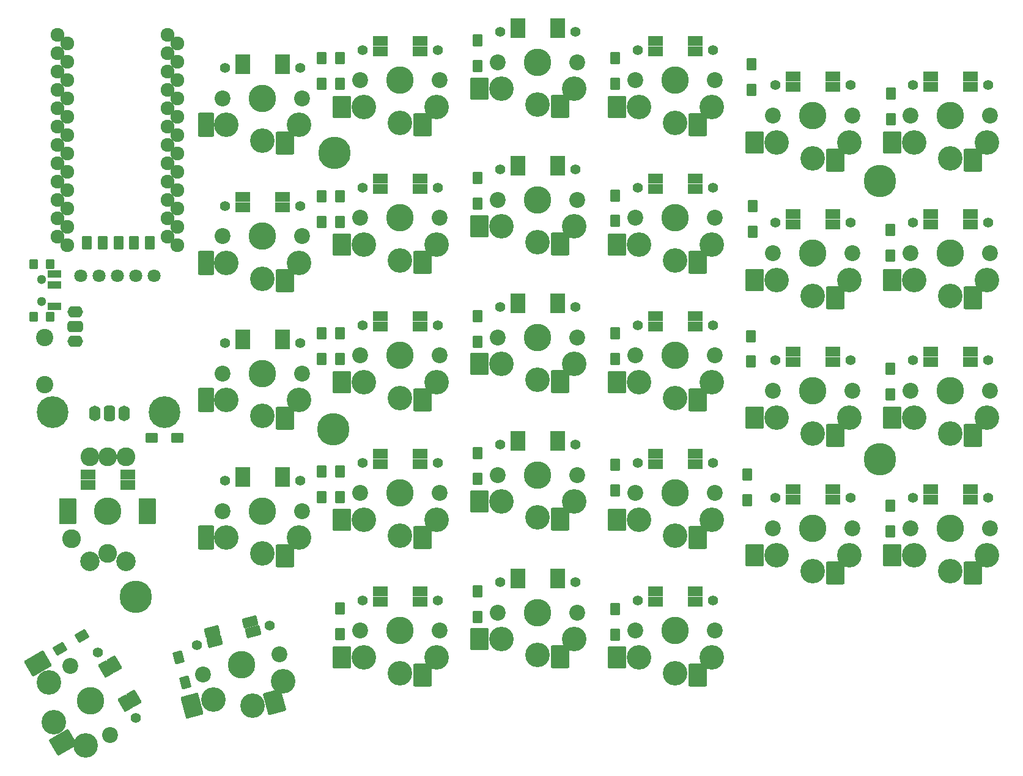
<source format=gbs>
G04 #@! TF.GenerationSoftware,KiCad,Pcbnew,(6.0.5)*
G04 #@! TF.CreationDate,2022-12-02T21:36:17-06:00*
G04 #@! TF.ProjectId,SofleKeyboard,536f666c-654b-4657-9962-6f6172642e6b,rev?*
G04 #@! TF.SameCoordinates,Original*
G04 #@! TF.FileFunction,Soldermask,Bot*
G04 #@! TF.FilePolarity,Negative*
%FSLAX46Y46*%
G04 Gerber Fmt 4.6, Leading zero omitted, Abs format (unit mm)*
G04 Created by KiCad (PCBNEW (6.0.5)) date 2022-12-02 21:36:17*
%MOMM*%
%LPD*%
G01*
G04 APERTURE LIST*
G04 Aperture macros list*
%AMRoundRect*
0 Rectangle with rounded corners*
0 $1 Rounding radius*
0 $2 $3 $4 $5 $6 $7 $8 $9 X,Y pos of 4 corners*
0 Add a 4 corners polygon primitive as box body*
4,1,4,$2,$3,$4,$5,$6,$7,$8,$9,$2,$3,0*
0 Add four circle primitives for the rounded corners*
1,1,$1+$1,$2,$3*
1,1,$1+$1,$4,$5*
1,1,$1+$1,$6,$7*
1,1,$1+$1,$8,$9*
0 Add four rect primitives between the rounded corners*
20,1,$1+$1,$2,$3,$4,$5,0*
20,1,$1+$1,$4,$5,$6,$7,0*
20,1,$1+$1,$6,$7,$8,$9,0*
20,1,$1+$1,$8,$9,$2,$3,0*%
G04 Aperture macros list end*
%ADD10C,4.500000*%
%ADD11C,1.924000*%
%ADD12C,2.400000*%
%ADD13RoundRect,0.200000X-0.475000X0.650000X-0.475000X-0.650000X0.475000X-0.650000X0.475000X0.650000X0*%
%ADD14RoundRect,0.200000X-0.650000X-0.475000X0.650000X-0.475000X0.650000X0.475000X-0.650000X0.475000X0*%
%ADD15RoundRect,0.200000X0.325417X0.736362X-0.800417X0.086362X-0.325417X-0.736362X0.800417X-0.086362X0*%
%ADD16C,3.400000*%
%ADD17C,2.200000*%
%ADD18C,1.400000*%
%ADD19C,3.800000*%
%ADD20RoundRect,0.200000X0.850000X0.500000X-0.850000X0.500000X-0.850000X-0.500000X0.850000X-0.500000X0*%
%ADD21RoundRect,0.200000X1.090000X1.370000X-1.090000X1.370000X-1.090000X-1.370000X1.090000X-1.370000X0*%
%ADD22RoundRect,0.200000X0.907500X1.470000X-0.907500X1.470000X-0.907500X-1.470000X0.907500X-1.470000X0*%
%ADD23RoundRect,0.200000X1.055000X1.360000X-1.055000X1.360000X-1.055000X-1.360000X1.055000X-1.360000X0*%
%ADD24RoundRect,0.200000X0.858013X-0.486122X0.008013X0.986122X-0.858013X0.486122X-0.008013X-0.986122X0*%
%ADD25RoundRect,0.200000X1.731455X-0.258968X0.641455X1.628968X-1.731455X0.258968X-0.641455X-1.628968X0*%
%ADD26RoundRect,0.200000X1.705295X-0.233657X0.650295X1.593657X-1.705295X0.233657X-0.650295X-1.593657X0*%
%ADD27C,4.400000*%
%ADD28C,1.797000*%
%ADD29C,2.600000*%
%ADD30RoundRect,0.200000X-1.000000X1.600000X-1.000000X-1.600000X1.000000X-1.600000X1.000000X1.600000X0*%
%ADD31C,2.700000*%
%ADD32RoundRect,0.200000X0.691627X0.702959X-0.950446X0.262967X-0.691627X-0.702959X0.950446X-0.262967X0*%
%ADD33RoundRect,0.200000X0.698277X1.605431X-1.407441X1.041206X-0.698277X-1.605431X1.407441X-1.041206X0*%
%ADD34RoundRect,0.200000X0.667058X1.586713X-1.371046X1.040605X-0.667058X-1.586713X1.371046X-1.040605X0*%
%ADD35RoundRect,0.200000X-0.627047X0.504913X-0.290582X-0.750791X0.627047X-0.504913X0.290582X0.750791X0*%
%ADD36RoundRect,0.450000X0.625000X-0.350000X0.625000X0.350000X-0.625000X0.350000X-0.625000X-0.350000X0*%
%ADD37O,2.150000X1.600000*%
%ADD38C,1.300000*%
%ADD39RoundRect,0.450000X0.350000X0.625000X-0.350000X0.625000X-0.350000X-0.625000X0.350000X-0.625000X0*%
%ADD40O,1.600000X2.150000*%
%ADD41RoundRect,0.200000X0.500000X-0.300000X0.500000X0.300000X-0.500000X0.300000X-0.500000X-0.300000X0*%
%ADD42RoundRect,0.200000X0.400000X-0.500000X0.400000X0.500000X-0.400000X0.500000X-0.400000X-0.500000X0*%
%ADD43RoundRect,0.200000X0.750000X-0.350000X0.750000X0.350000X-0.750000X0.350000X-0.750000X-0.350000X0*%
G04 APERTURE END LIST*
D10*
X103000000Y-119000000D03*
D11*
X108718815Y-42425745D03*
X92180000Y-41230000D03*
X92180000Y-43770000D03*
X108718815Y-44965745D03*
X108718815Y-47505745D03*
X92180000Y-46310000D03*
X92180000Y-48850000D03*
X108718815Y-50045745D03*
X108718815Y-52585745D03*
X92180000Y-51390000D03*
X92180000Y-53930000D03*
X108718815Y-55125745D03*
X92180000Y-56470000D03*
X108718815Y-57665745D03*
X92180000Y-59010000D03*
X108718815Y-60205745D03*
X92180000Y-61550000D03*
X108718815Y-62745745D03*
X92180000Y-64090000D03*
X108718815Y-65285745D03*
X92180000Y-66630000D03*
X108718815Y-67825745D03*
X92180000Y-69170000D03*
X108718815Y-70365745D03*
X93478815Y-70365745D03*
X107420000Y-69170000D03*
X107420000Y-66630000D03*
X93478815Y-67825745D03*
X107420000Y-64090000D03*
X93478815Y-65285745D03*
X107420000Y-61550000D03*
X93478815Y-62745745D03*
X93478815Y-60205745D03*
X107420000Y-59010000D03*
X93478815Y-57665745D03*
X107420000Y-56470000D03*
X107420000Y-53930000D03*
X93478815Y-55125745D03*
X93478815Y-52585745D03*
X107420000Y-51390000D03*
X107420000Y-48850000D03*
X93478815Y-50045745D03*
X107420000Y-46310000D03*
X93478815Y-47505745D03*
X93478815Y-44965745D03*
X107420000Y-43770000D03*
X93478815Y-42425745D03*
X107420000Y-41230000D03*
D12*
X90339120Y-83152640D03*
X90339120Y-89652640D03*
D13*
X128705000Y-44452000D03*
X128705000Y-48002000D03*
X131245000Y-44455000D03*
X131245000Y-48005000D03*
X150345000Y-41955000D03*
X150345000Y-45505000D03*
X169345000Y-44455000D03*
X169345000Y-48005000D03*
X188239120Y-45327640D03*
X188239120Y-48877640D03*
X207545000Y-49355000D03*
X207545000Y-52905000D03*
X128705000Y-82555000D03*
X128705000Y-86105000D03*
X128705000Y-101655000D03*
X128705000Y-105205000D03*
D14*
X105225000Y-97000000D03*
X108775000Y-97000000D03*
D15*
X95544195Y-124463500D03*
X92469805Y-126238500D03*
D16*
X125550000Y-53700000D03*
D17*
X126050000Y-50000000D03*
D18*
X125770000Y-45800000D03*
D17*
X115050000Y-50000000D03*
D18*
X115330000Y-45800000D03*
D16*
X115550000Y-53700000D03*
X120550000Y-55900000D03*
D19*
X120550000Y-50000000D03*
D20*
X117800000Y-44601000D03*
X117800000Y-46001000D03*
X123300000Y-46001000D03*
X123300000Y-44601000D03*
D21*
X123640000Y-56170000D03*
D22*
X112747500Y-53700000D03*
D18*
X153430000Y-40800000D03*
D17*
X153150000Y-45000000D03*
D16*
X153650000Y-48700000D03*
X163650000Y-48700000D03*
D17*
X164150000Y-45000000D03*
D18*
X163870000Y-40800000D03*
D16*
X158650000Y-50900000D03*
D19*
X158650000Y-45000000D03*
D20*
X155900000Y-39601000D03*
X155900000Y-41001000D03*
X161400000Y-41001000D03*
X161400000Y-39601000D03*
D21*
X161740000Y-51170000D03*
D23*
X150595000Y-48710000D03*
D18*
X125770000Y-83900000D03*
D16*
X115550000Y-91800000D03*
D19*
X120550000Y-88100000D03*
D16*
X120550000Y-94000000D03*
X125550000Y-91800000D03*
D17*
X126050000Y-88100000D03*
X115050000Y-88100000D03*
D18*
X115330000Y-83900000D03*
D20*
X117800000Y-82701000D03*
X117800000Y-84101000D03*
X123300000Y-84101000D03*
X123300000Y-82701000D03*
D21*
X123640000Y-94270000D03*
D22*
X112747500Y-91800000D03*
D19*
X139600000Y-85600000D03*
D18*
X134380000Y-81400000D03*
D16*
X144600000Y-89300000D03*
D18*
X144820000Y-81400000D03*
D16*
X134600000Y-89300000D03*
D17*
X145100000Y-85600000D03*
D16*
X139600000Y-91500000D03*
D17*
X134100000Y-85600000D03*
D20*
X136850000Y-80201000D03*
X136850000Y-81601000D03*
X142350000Y-81601000D03*
X142350000Y-80201000D03*
D21*
X142690000Y-91770000D03*
D23*
X131545000Y-89310000D03*
D16*
X120550000Y-113050000D03*
D19*
X120550000Y-107150000D03*
D16*
X125550000Y-110850000D03*
D17*
X115050000Y-107150000D03*
D16*
X115550000Y-110850000D03*
D18*
X125770000Y-102950000D03*
X115330000Y-102950000D03*
D17*
X126050000Y-107150000D03*
D20*
X117800000Y-101751000D03*
X117800000Y-103151000D03*
X123300000Y-103151000D03*
X123300000Y-101751000D03*
D21*
X123640000Y-113320000D03*
D22*
X112747500Y-110850000D03*
D16*
X158650000Y-108050000D03*
D17*
X164150000Y-102150000D03*
D16*
X163650000Y-105850000D03*
D18*
X153430000Y-97950000D03*
D19*
X158650000Y-102150000D03*
D17*
X153150000Y-102150000D03*
D16*
X153650000Y-105850000D03*
D18*
X163870000Y-97950000D03*
D20*
X155900000Y-96751000D03*
X155900000Y-98151000D03*
X161400000Y-98151000D03*
X161400000Y-96751000D03*
D21*
X161740000Y-108320000D03*
D23*
X150595000Y-105860000D03*
D16*
X191750000Y-113250000D03*
X196750000Y-115450000D03*
D17*
X202250000Y-109550000D03*
D16*
X201750000Y-113250000D03*
D17*
X191250000Y-109550000D03*
D19*
X196750000Y-109550000D03*
D18*
X201970000Y-105350000D03*
X191530000Y-105350000D03*
D20*
X194000000Y-104151000D03*
X194000000Y-105551000D03*
X199500000Y-105551000D03*
X199500000Y-104151000D03*
D21*
X199840000Y-115720000D03*
D23*
X188695000Y-113260000D03*
D19*
X96710000Y-133400000D03*
D17*
X99460000Y-138163140D03*
D16*
X91600450Y-136350000D03*
D18*
X97737307Y-126779347D03*
D17*
X93960000Y-128636860D03*
D18*
X102957307Y-135820653D03*
D16*
X91005706Y-130919873D03*
X96005706Y-139580127D03*
D24*
X100010671Y-128318930D03*
X98798236Y-129018930D03*
X101548236Y-133782070D03*
X102760671Y-133082070D03*
D25*
X92911623Y-139161018D03*
D26*
X89469546Y-128279165D03*
D27*
X91500000Y-93500000D03*
D28*
X95369408Y-74600000D03*
X97909408Y-74600000D03*
X100449408Y-74600000D03*
X102989408Y-74600000D03*
X105529408Y-74600000D03*
D27*
X107000000Y-93500000D03*
D29*
X101602200Y-99650000D03*
X96602200Y-99650000D03*
X99102200Y-99650000D03*
D30*
X93604150Y-107150000D03*
X104600250Y-107150000D03*
D31*
X96602200Y-114150000D03*
X101602200Y-114150000D03*
D18*
X121555093Y-122992076D03*
X111470827Y-125694147D03*
D16*
X113728001Y-133268021D03*
D19*
X117600000Y-128400000D03*
D16*
X119127032Y-134098962D03*
D17*
X112287408Y-129823505D03*
X122912592Y-126976495D03*
D16*
X123387260Y-130679830D03*
D32*
X113546340Y-123896719D03*
X113908687Y-125249015D03*
X119221279Y-123825510D03*
X118858932Y-122473214D03*
D33*
X122181624Y-133560011D03*
D34*
X110779686Y-134068372D03*
D18*
X210580000Y-67250000D03*
D16*
X220800000Y-75150000D03*
X210800000Y-75150000D03*
D19*
X215800000Y-71450000D03*
D16*
X215800000Y-77350000D03*
D17*
X221300000Y-71450000D03*
D18*
X221020000Y-67250000D03*
D17*
X210300000Y-71450000D03*
D20*
X213050000Y-66051000D03*
X213050000Y-67451000D03*
X218550000Y-67451000D03*
X218550000Y-66051000D03*
D21*
X218890000Y-77620000D03*
D23*
X207745000Y-75160000D03*
D16*
X210800000Y-94200000D03*
X215800000Y-96400000D03*
D17*
X210300000Y-90500000D03*
X221300000Y-90500000D03*
D18*
X221020000Y-86300000D03*
D16*
X220800000Y-94200000D03*
D19*
X215800000Y-90500000D03*
D18*
X210580000Y-86300000D03*
D20*
X213050000Y-85101000D03*
X213050000Y-86501000D03*
X218550000Y-86501000D03*
X218550000Y-85101000D03*
D21*
X218890000Y-96670000D03*
D23*
X207745000Y-94210000D03*
D17*
X221300000Y-109550000D03*
X210300000Y-109550000D03*
D16*
X215800000Y-115450000D03*
D18*
X210580000Y-105350000D03*
D19*
X215800000Y-109550000D03*
D16*
X220800000Y-113250000D03*
X210800000Y-113250000D03*
D18*
X221020000Y-105350000D03*
D20*
X213050000Y-104151000D03*
X213050000Y-105551000D03*
X218550000Y-105551000D03*
X218550000Y-104151000D03*
D21*
X218890000Y-115720000D03*
D23*
X207745000Y-113260000D03*
D17*
X172200000Y-47500000D03*
D19*
X177700000Y-47500000D03*
D18*
X172480000Y-43300000D03*
D17*
X183200000Y-47500000D03*
D16*
X182700000Y-51200000D03*
X172700000Y-51200000D03*
D18*
X182920000Y-43300000D03*
D16*
X177700000Y-53400000D03*
D20*
X174950000Y-42101000D03*
X174950000Y-43501000D03*
X180450000Y-43501000D03*
X180450000Y-42101000D03*
D21*
X180790000Y-53670000D03*
D23*
X169645000Y-51210000D03*
D10*
X206000000Y-61500000D03*
D13*
X128705000Y-63555000D03*
X128705000Y-67105000D03*
X131245000Y-63555000D03*
X131245000Y-67105000D03*
X150345000Y-61045000D03*
X150345000Y-64595000D03*
X169345000Y-63455000D03*
X169345000Y-67005000D03*
X188439120Y-64927640D03*
X188439120Y-68477640D03*
X207445000Y-68255000D03*
X207445000Y-71805000D03*
D17*
X202250000Y-52400000D03*
X191250000Y-52400000D03*
D18*
X201970000Y-48200000D03*
X191530000Y-48200000D03*
D16*
X201750000Y-56100000D03*
X196750000Y-58300000D03*
X191750000Y-56100000D03*
D19*
X196750000Y-52400000D03*
D20*
X194000000Y-47001000D03*
X194000000Y-48401000D03*
X199500000Y-48401000D03*
X199500000Y-47001000D03*
D21*
X199840000Y-58570000D03*
D23*
X188695000Y-56110000D03*
D19*
X139600000Y-66550000D03*
D16*
X144600000Y-70250000D03*
X139600000Y-72450000D03*
D17*
X145100000Y-66550000D03*
D16*
X134600000Y-70250000D03*
D17*
X134100000Y-66550000D03*
D18*
X134380000Y-62350000D03*
X144820000Y-62350000D03*
D20*
X136850000Y-61151000D03*
X136850000Y-62551000D03*
X142350000Y-62551000D03*
X142350000Y-61151000D03*
D21*
X142690000Y-72720000D03*
D23*
X131545000Y-70260000D03*
D17*
X183200000Y-66550000D03*
D16*
X177700000Y-72450000D03*
D17*
X172200000Y-66550000D03*
D16*
X182700000Y-70250000D03*
D19*
X177700000Y-66550000D03*
D18*
X182920000Y-62350000D03*
D16*
X172700000Y-70250000D03*
D18*
X172480000Y-62350000D03*
D20*
X174950000Y-61151000D03*
X174950000Y-62551000D03*
X180450000Y-62551000D03*
X180450000Y-61151000D03*
D21*
X180790000Y-72720000D03*
D23*
X169645000Y-70260000D03*
D18*
X153430000Y-59850000D03*
D17*
X164150000Y-64050000D03*
D19*
X158650000Y-64050000D03*
D16*
X163650000Y-67750000D03*
D17*
X153150000Y-64050000D03*
D16*
X153650000Y-67750000D03*
X158650000Y-69950000D03*
D18*
X163870000Y-59850000D03*
D20*
X155900000Y-58651000D03*
X155900000Y-60051000D03*
X161400000Y-60051000D03*
X161400000Y-58651000D03*
D21*
X161740000Y-70220000D03*
D23*
X150595000Y-67760000D03*
D16*
X182700000Y-89300000D03*
D18*
X172480000Y-81400000D03*
D19*
X177700000Y-85600000D03*
D17*
X172200000Y-85600000D03*
D16*
X177700000Y-91500000D03*
D18*
X182920000Y-81400000D03*
D16*
X172700000Y-89300000D03*
D17*
X183200000Y-85600000D03*
D20*
X174950000Y-80201000D03*
X174950000Y-81601000D03*
X180450000Y-81601000D03*
X180450000Y-80201000D03*
D21*
X180790000Y-91770000D03*
D23*
X169645000Y-89310000D03*
D17*
X210300000Y-52400000D03*
D18*
X210580000Y-48200000D03*
D16*
X220800000Y-56100000D03*
D19*
X215800000Y-52400000D03*
D17*
X221300000Y-52400000D03*
D18*
X221020000Y-48200000D03*
D16*
X215800000Y-58300000D03*
X210800000Y-56100000D03*
D20*
X213050000Y-47001000D03*
X213050000Y-48401000D03*
X218550000Y-48401000D03*
X218550000Y-47001000D03*
D21*
X218890000Y-58570000D03*
D23*
X207745000Y-56110000D03*
D19*
X120550000Y-69100000D03*
D18*
X115330000Y-64900000D03*
X125770000Y-64900000D03*
D16*
X125550000Y-72800000D03*
D17*
X126050000Y-69100000D03*
D16*
X115550000Y-72800000D03*
D17*
X115050000Y-69100000D03*
D16*
X120550000Y-75000000D03*
D20*
X117800000Y-63701000D03*
X117800000Y-65101000D03*
X123300000Y-65101000D03*
X123300000Y-63701000D03*
D21*
X123640000Y-75270000D03*
D22*
X112747500Y-72800000D03*
D18*
X182920000Y-119500000D03*
D19*
X177700000Y-123700000D03*
D16*
X177700000Y-129600000D03*
D17*
X172200000Y-123700000D03*
D16*
X182700000Y-127400000D03*
X172700000Y-127400000D03*
D17*
X183200000Y-123700000D03*
D18*
X172480000Y-119500000D03*
D20*
X174950000Y-118301000D03*
X174950000Y-119701000D03*
X180450000Y-119701000D03*
X180450000Y-118301000D03*
D21*
X180790000Y-129870000D03*
D23*
X169645000Y-127410000D03*
D19*
X196750000Y-71450000D03*
D18*
X201970000Y-67250000D03*
D17*
X191250000Y-71450000D03*
D16*
X196750000Y-77350000D03*
D18*
X191530000Y-67250000D03*
D17*
X202250000Y-71450000D03*
D16*
X191750000Y-75150000D03*
X201750000Y-75150000D03*
D20*
X194000000Y-66051000D03*
X194000000Y-67451000D03*
X199500000Y-67451000D03*
X199500000Y-66051000D03*
D21*
X199840000Y-77620000D03*
D23*
X188695000Y-75160000D03*
D16*
X177700000Y-110550000D03*
D18*
X172480000Y-100450000D03*
D16*
X182700000Y-108350000D03*
D17*
X172200000Y-104650000D03*
D18*
X182920000Y-100450000D03*
D16*
X172700000Y-108350000D03*
D17*
X183200000Y-104650000D03*
D19*
X177700000Y-104650000D03*
D20*
X174950000Y-99251000D03*
X174950000Y-100651000D03*
X180450000Y-100651000D03*
X180450000Y-99251000D03*
D21*
X180790000Y-110820000D03*
D23*
X169645000Y-108360000D03*
D17*
X191250000Y-90500000D03*
X202250000Y-90500000D03*
D16*
X201750000Y-94200000D03*
X191750000Y-94200000D03*
D18*
X201970000Y-86300000D03*
X191530000Y-86300000D03*
D16*
X196750000Y-96400000D03*
D19*
X196750000Y-90500000D03*
D20*
X194000000Y-85101000D03*
X194000000Y-86501000D03*
X199500000Y-86501000D03*
X199500000Y-85101000D03*
D21*
X199840000Y-96670000D03*
D23*
X188695000Y-94210000D03*
D18*
X153430000Y-117000000D03*
D16*
X153650000Y-124900000D03*
D17*
X164150000Y-121200000D03*
X153150000Y-121200000D03*
D16*
X163650000Y-124900000D03*
D19*
X158650000Y-121200000D03*
D18*
X163870000Y-117000000D03*
D16*
X158650000Y-127100000D03*
D20*
X155900000Y-115801000D03*
X155900000Y-117201000D03*
X161400000Y-117201000D03*
X161400000Y-115801000D03*
D21*
X161740000Y-127370000D03*
D23*
X150595000Y-124910000D03*
D16*
X163650000Y-86800000D03*
X153650000Y-86800000D03*
D17*
X164150000Y-83100000D03*
X153150000Y-83100000D03*
D19*
X158650000Y-83100000D03*
D18*
X163870000Y-78900000D03*
X153430000Y-78900000D03*
D16*
X158650000Y-89000000D03*
D20*
X155900000Y-77701000D03*
X155900000Y-79101000D03*
X161400000Y-79101000D03*
X161400000Y-77701000D03*
D21*
X161740000Y-89270000D03*
D23*
X150595000Y-86810000D03*
D17*
X134100000Y-47500000D03*
D16*
X134600000Y-51200000D03*
D19*
X139600000Y-47500000D03*
D18*
X144820000Y-43300000D03*
D16*
X139600000Y-53400000D03*
D18*
X134380000Y-43300000D03*
D17*
X145100000Y-47500000D03*
D16*
X144600000Y-51200000D03*
D20*
X136850000Y-42101000D03*
X136850000Y-43501000D03*
X142350000Y-43501000D03*
X142350000Y-42101000D03*
D21*
X142690000Y-53670000D03*
D23*
X131545000Y-51210000D03*
D35*
X108914596Y-127446482D03*
X109833404Y-130875518D03*
D17*
X134100000Y-104650000D03*
D16*
X134600000Y-108350000D03*
X144600000Y-108350000D03*
D18*
X144820000Y-100450000D03*
D16*
X139600000Y-110550000D03*
D17*
X145100000Y-104650000D03*
D18*
X134380000Y-100450000D03*
D19*
X139600000Y-104650000D03*
D20*
X136850000Y-99251000D03*
X136850000Y-100651000D03*
X142350000Y-100651000D03*
X142350000Y-99251000D03*
D21*
X142690000Y-110820000D03*
D23*
X131545000Y-108360000D03*
D10*
X206000000Y-100000000D03*
D13*
X150345000Y-80145000D03*
X150345000Y-83695000D03*
X169345000Y-82555000D03*
X169345000Y-86105000D03*
X188139120Y-82927640D03*
X188139120Y-86477640D03*
X207445000Y-87455000D03*
X207445000Y-91005000D03*
X131245000Y-120655000D03*
X131245000Y-124205000D03*
X150345000Y-118245000D03*
X150345000Y-121795000D03*
X207495000Y-106455000D03*
X207495000Y-110005000D03*
X131245000Y-101655000D03*
X131245000Y-105205000D03*
X150345000Y-99145000D03*
X150345000Y-102695000D03*
X169345000Y-100727640D03*
X169345000Y-104277640D03*
X187639120Y-102127640D03*
X187639120Y-105677640D03*
X131245000Y-82555000D03*
X131245000Y-86105000D03*
X169345000Y-120755000D03*
X169345000Y-124305000D03*
D17*
X145100000Y-123700000D03*
D16*
X134600000Y-127400000D03*
X139600000Y-129600000D03*
D17*
X134100000Y-123700000D03*
D18*
X144820000Y-119500000D03*
D19*
X139600000Y-123700000D03*
D18*
X134380000Y-119500000D03*
D16*
X144600000Y-127400000D03*
D20*
X136850000Y-118301000D03*
X136850000Y-119701000D03*
X142350000Y-119701000D03*
X142350000Y-118301000D03*
D21*
X142690000Y-129870000D03*
D23*
X131545000Y-127410000D03*
D10*
X130527120Y-57573640D03*
X130375120Y-95852640D03*
D36*
X94639120Y-81602640D03*
D37*
X94639120Y-79602640D03*
X94639120Y-83602640D03*
D19*
X99102200Y-107150000D03*
D20*
X96352200Y-102130000D03*
X96352200Y-103530000D03*
X101852200Y-103530000D03*
X101852200Y-102130000D03*
D29*
X99102200Y-113050000D03*
X94102200Y-110950000D03*
D38*
X89984120Y-75102640D03*
X89984120Y-78102640D03*
D39*
X99339120Y-93602640D03*
D40*
X101339120Y-93602640D03*
X97339120Y-93602640D03*
D41*
X100639120Y-70452640D03*
X100639120Y-69552640D03*
X98439120Y-70452640D03*
X98439120Y-69552640D03*
X96229119Y-70453020D03*
X96229119Y-69553020D03*
X102739120Y-70452640D03*
X102739120Y-69552640D03*
X104929119Y-70452640D03*
X104929119Y-69552640D03*
D42*
X88884120Y-80252640D03*
D38*
X89984120Y-75102640D03*
D42*
X88884120Y-72952640D03*
X91094120Y-72952640D03*
D38*
X89984120Y-78102640D03*
D42*
X91094120Y-80252640D03*
D43*
X91744120Y-78852640D03*
X91744120Y-75852640D03*
X91744120Y-74352640D03*
M02*

</source>
